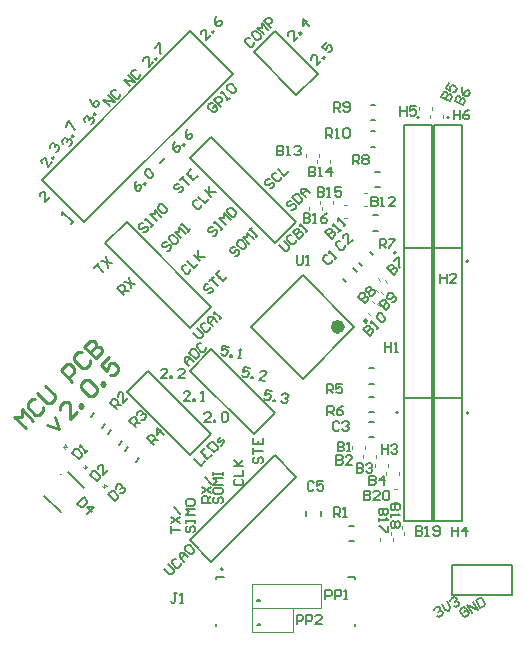
<source format=gto>
G04*
G04 #@! TF.GenerationSoftware,Altium Limited,Altium Designer,25.1.2 (22)*
G04*
G04 Layer_Color=65535*
%FSLAX44Y44*%
%MOMM*%
G71*
G04*
G04 #@! TF.SameCoordinates,BCEF5572-1F7E-4207-9204-8C5AED3481CC*
G04*
G04*
G04 #@! TF.FilePolarity,Positive*
G04*
G01*
G75*
%ADD10C,0.2000*%
%ADD11C,0.6000*%
%ADD12C,0.2500*%
%ADD13C,0.1000*%
%ADD14C,0.1500*%
%ADD15C,0.1270*%
%ADD16C,0.2032*%
D10*
X404020Y204103D02*
G03*
X404020Y204103I-1000J0D01*
G01*
X344374Y204729D02*
G03*
X344374Y204729I-1000J0D01*
G01*
X362070Y454150D02*
G03*
X362070Y454150I-1000J0D01*
G01*
X387470D02*
G03*
X387470Y454150I-1000J0D01*
G01*
X403988Y332508D02*
G03*
X403988Y332508I-1000J0D01*
G01*
X342581Y339596D02*
G03*
X342581Y339596I-1000J0D01*
G01*
X195995Y71658D02*
G03*
X195995Y71658I-1000J0D01*
G01*
X58966Y152091D02*
G03*
X58966Y152091I-254J0D01*
G01*
X349020Y216709D02*
X373120D01*
X222216Y509354D02*
X240177Y527315D01*
X276098Y491394D01*
X258137Y473433D02*
X276098Y491394D01*
X222216Y509354D02*
X258137Y473433D01*
X168335Y527315D02*
X204256Y491394D01*
X42611Y401591D02*
X78532Y365670D01*
X42611Y401591D02*
X168335Y527315D01*
X78532Y365670D02*
X204256Y491394D01*
X168335Y419552D02*
X186295Y437512D01*
X258137Y365670D01*
X168335Y419552D02*
X240177Y347710D01*
X258137Y365670D01*
X168335Y275867D02*
X186295Y293828D01*
X96493Y347710D02*
X168335Y275867D01*
X114453Y365670D02*
X186295Y293828D01*
X96493Y347710D02*
X114453Y365670D01*
X374420Y112350D02*
X398520D01*
Y219050D01*
X374420Y112350D02*
Y219050D01*
X349020Y112350D02*
X373120D01*
Y219050D01*
X349020Y112350D02*
Y219050D01*
Y447650D02*
X373120D01*
Y340950D02*
Y447650D01*
X349020Y340950D02*
Y447650D01*
X374420D02*
X398520D01*
Y340950D02*
Y447650D01*
X374420Y340950D02*
Y447650D01*
X219676Y277005D02*
X263517Y320845D01*
Y233164D02*
X307358Y277005D01*
X219676D02*
X263517Y233164D01*
Y320845D02*
X307358Y277005D01*
X374420Y216709D02*
Y343578D01*
X398520Y216709D02*
Y343578D01*
X374420Y216709D02*
X398520D01*
X374420Y343578D02*
X398520D01*
X349020Y216709D02*
Y343578D01*
X373120Y216709D02*
Y343578D01*
X349020D02*
X373120D01*
X186295Y257907D02*
X240177Y204025D01*
X168335Y239946D02*
X186295Y257907D01*
X168335Y239946D02*
X222216Y186065D01*
X240177Y204025D01*
X114453Y221986D02*
X132414Y239946D01*
X186295Y186065D01*
X168335Y168104D02*
X186295Y186065D01*
X114453Y221986D02*
X168335Y168104D01*
X168335Y96262D02*
X186295Y78302D01*
X168335Y96262D02*
X240177Y168104D01*
X186295Y78302D02*
X258137Y150144D01*
X240177Y168104D02*
X258137Y150144D01*
X390098Y50079D02*
X440898D01*
Y75479D01*
X390098D02*
X440898D01*
X390098Y50079D02*
Y75479D01*
D11*
X296215Y277005D02*
G03*
X296215Y277005I-3000J0D01*
G01*
D12*
X318154Y281954D02*
G03*
X318154Y281954I-1250J0D01*
G01*
X72744Y205247D02*
X66147Y198649D01*
Y211844D01*
X64497Y213494D01*
X61198D01*
X57900Y210195D01*
Y206896D01*
X76043Y208545D02*
X74394Y210195D01*
X76043Y211844D01*
X77692Y210195D01*
X76043Y208545D01*
Y225039D02*
Y228338D01*
X79342Y231637D01*
X82640D01*
X89238Y225039D01*
Y221740D01*
X85939Y218442D01*
X82640D01*
X76043Y225039D01*
X94186Y226689D02*
X92537Y228338D01*
X94186Y229987D01*
X95836Y228338D01*
X94186Y226689D01*
X99134Y251429D02*
X92537Y244832D01*
X97485Y239884D01*
X99134Y244832D01*
X100784Y246481D01*
X104082D01*
X107381Y243182D01*
Y239884D01*
X104082Y236585D01*
X100784D01*
X47267Y193732D02*
X57163Y190434D01*
X53865Y200330D01*
X29008Y190992D02*
X19112Y200888D01*
X25709D01*
X25709Y207486D01*
X35606Y197589D01*
X37255Y215733D02*
X33956D01*
X30658Y212434D01*
Y209135D01*
X37255Y202538D01*
X40554D01*
X43853Y205836D01*
Y209135D01*
X38905Y220681D02*
X47151Y212434D01*
X50450D01*
X53749Y215733D01*
Y219032D01*
X45502Y227278D01*
X68593Y230577D02*
X58697Y240473D01*
X63645Y245422D01*
X66944D01*
X70243Y242123D01*
Y238824D01*
X65295Y233876D01*
X76840Y255318D02*
X73541D01*
X70243Y252019D01*
Y248720D01*
X76840Y242123D01*
X80139D01*
X83438Y245422D01*
Y248720D01*
X78490Y260266D02*
X88386Y250370D01*
X93334Y255318D01*
Y258617D01*
X91685Y260266D01*
X88386Y260266D01*
X83438Y255318D01*
X88386Y260266D01*
Y263565D01*
X86737Y265214D01*
X83438D01*
X78490Y260266D01*
D13*
X52915Y174712D02*
G03*
X52915Y174712I-254J0D01*
G01*
X69952Y157566D02*
G03*
X69952Y157566I-254J0D01*
G01*
X86091Y141407D02*
G03*
X86091Y141407I-254J0D01*
G01*
X279395Y39155D02*
Y59655D01*
X220895Y39155D02*
X279395D01*
X220895D02*
Y59655D01*
X279395D01*
X255395Y18655D02*
Y39155D01*
X220895Y18655D02*
X255395D01*
X220895D02*
Y39155D01*
X255395D01*
X60515Y175479D02*
X62311Y173683D01*
X61833Y175001D02*
X64287Y175658D01*
X62491Y177454D02*
X64287Y175658D01*
X61833Y175001D02*
X62491Y177454D01*
X77553Y158333D02*
X79349Y156537D01*
X78871Y157855D02*
X81324Y158513D01*
X79528Y160309D02*
X81324Y158513D01*
X78871Y157855D02*
X79528Y160309D01*
X93692Y142173D02*
X95488Y140377D01*
X95010Y141695D02*
X97464Y142353D01*
X95668Y144149D02*
X97464Y142353D01*
X95010Y141695D02*
X95668Y144149D01*
X358909Y105775D02*
Y108275D01*
X347909Y105775D02*
Y108275D01*
X349377Y100871D02*
Y103371D01*
X338377Y100871D02*
Y103371D01*
X339732Y95584D02*
Y98084D01*
X328732Y95584D02*
Y98084D01*
X277176Y420848D02*
Y423348D01*
X266176Y420848D02*
Y423348D01*
X344789Y151276D02*
Y153776D01*
X333789Y151276D02*
Y153776D01*
X335450Y158651D02*
Y161151D01*
X324450Y158651D02*
Y161151D01*
X325208Y308522D02*
X326976Y306754D01*
X332986Y316300D02*
X334754Y314532D01*
X327397Y318004D02*
X329164Y316237D01*
X335175Y325783D02*
X336942Y324015D01*
X298542Y368884D02*
X301042D01*
X298542Y379883D02*
X301042D01*
X315433Y379499D02*
X317933D01*
X315433Y390499D02*
X317933D01*
X340766Y128875D02*
X343266D01*
X340766Y139875D02*
X343266D01*
X326859Y296460D02*
X328627Y294693D01*
X319081Y288682D02*
X320849Y286915D01*
X330142Y306599D02*
X331909Y304831D01*
X322364Y298821D02*
X324131Y297053D01*
X382024Y454221D02*
Y456721D01*
X371025Y454221D02*
Y456721D01*
X372761Y460327D02*
Y462827D01*
X361761Y460327D02*
Y462827D01*
X279748Y375948D02*
Y378448D01*
X268748Y375948D02*
Y378448D01*
X278217Y380973D02*
Y383473D01*
X289217Y380973D02*
Y383473D01*
X286971Y415589D02*
Y418089D01*
X275971Y415589D02*
Y418089D01*
X314945Y166254D02*
Y168754D01*
X325945Y166254D02*
Y168754D01*
X316389Y173920D02*
Y176420D01*
X305389Y173920D02*
Y176420D01*
D14*
X226145Y46155D02*
X227645Y44655D01*
X224645D02*
X227645D01*
X224645D02*
X226145Y46155D01*
X226145Y25655D02*
X227645Y24155D01*
X224645D02*
X227645D01*
X224645D02*
X226145Y25655D01*
X100519Y463638D02*
X94864Y469293D01*
X104289Y467408D01*
X98634Y473063D01*
X105232Y477775D02*
X103347D01*
X101462Y475890D01*
X101462Y474005D01*
X105232Y470235D01*
X107117D01*
X109002Y472120D01*
X109002Y474005D01*
X117484Y480603D02*
X111829Y486258D01*
X121254Y484373D01*
X115599Y490028D01*
X122197Y494740D02*
X120312D01*
X118427Y492855D01*
X118427Y490970D01*
X122197Y487200D01*
X124082D01*
X125967Y489085D01*
X125967Y490970D01*
X253695Y383702D02*
X251810D01*
X249925Y381816D01*
X249925Y379931D01*
X250867Y378989D01*
X252752Y378989D01*
X254637Y380874D01*
X256522Y380874D01*
X257465Y379931D01*
X257465Y378046D01*
X255580Y376161D01*
X253695D01*
X254637Y386529D02*
X260292Y380874D01*
X263120Y383702D01*
X263120Y385587D01*
X259350Y389356D01*
X257465D01*
X254637Y386529D01*
X265947D02*
X262177Y390299D01*
Y394069D01*
X265947D01*
X269717Y390299D01*
X266890Y393127D01*
X263120Y389356D01*
X235700Y402007D02*
X233815D01*
X231930Y400122D01*
X231930Y398237D01*
X232872Y397295D01*
X234757Y397295D01*
X236642Y399179D01*
X238527Y399179D01*
X239470Y398237D01*
X239470Y396352D01*
X237585Y394467D01*
X235700D01*
X241355Y407662D02*
X239470D01*
X237585Y405777D01*
X237585Y403892D01*
X241355Y400122D01*
X243240D01*
X245125Y402007D01*
X245125Y403892D01*
X242297Y410490D02*
X247952Y404835D01*
X251722Y408605D01*
X183425Y312905D02*
X181540D01*
X179655Y311020D01*
X179655Y309135D01*
X180597Y308192D01*
X182482Y308192D01*
X184367Y310077D01*
X186252Y310077D01*
X187195Y309135D01*
X187195Y307250D01*
X185310Y305365D01*
X183425D01*
X184367Y315732D02*
X188137Y319502D01*
X186252Y317617D01*
X191908Y311962D01*
X193792Y325157D02*
X190023Y321387D01*
X195678Y315732D01*
X199447Y319502D01*
X192850Y318560D02*
X194735Y320445D01*
X164756Y329612D02*
X162871D01*
X160986Y327727D01*
X160986Y325842D01*
X164756Y322072D01*
X166641D01*
X168526Y323957D01*
X168526Y325842D01*
X165698Y332439D02*
X171353Y326784D01*
X175123Y330554D01*
X171353Y338094D02*
X177008Y332439D01*
X175123Y334324D01*
Y341864D01*
Y336209D01*
X180778Y336209D01*
X148433Y349134D02*
X146548D01*
X144663Y347249D01*
X144663Y345364D01*
X145605Y344422D01*
X147490Y344422D01*
X149375Y346307D01*
X151260Y346307D01*
X152203Y345364D01*
X152203Y343479D01*
X150318Y341594D01*
X148433D01*
X152203Y354789D02*
X150318Y352904D01*
X150318Y351019D01*
X154088Y347249D01*
X155973D01*
X157858Y349134D01*
X157858Y351019D01*
X154088Y354789D01*
X152203D01*
X160685Y351962D02*
X155030Y357617D01*
X158800D01*
Y361387D01*
X164455Y355732D01*
X160685Y363272D02*
X162570Y365157D01*
X161628Y364214D01*
X167283Y358559D01*
X166341Y357617D01*
X168225Y359502D01*
X128743Y364751D02*
X126858D01*
X124973Y362866D01*
X124973Y360981D01*
X125915Y360038D01*
X127800Y360038D01*
X129685Y361923D01*
X131570Y361923D01*
X132513Y360981D01*
X132513Y359096D01*
X130628Y357211D01*
X128743D01*
X129685Y367578D02*
X131570Y369463D01*
X130628Y368521D01*
X136283Y362866D01*
X135340Y361923D01*
X137225Y363808D01*
X140053Y366636D02*
X134398Y372291D01*
X138168D01*
Y376061D01*
X143823Y370406D01*
X142880Y380773D02*
X140995Y378888D01*
X140995Y377003D01*
X144765Y373233D01*
X146650D01*
X148535Y375118D01*
Y377003D01*
X144765Y380773D01*
X142880D01*
X185693Y196554D02*
X180362D01*
X185693Y201886D01*
Y203219D01*
X184360Y204552D01*
X181695D01*
X180362Y203219D01*
X188359Y196554D02*
Y197887D01*
X189692D01*
Y196554D01*
X188359D01*
X195023Y203219D02*
X196357Y204552D01*
X199022D01*
X200355Y203219D01*
Y197887D01*
X199022Y196554D01*
X196357D01*
X195023Y197887D01*
Y203219D01*
X168154Y214548D02*
X162822D01*
X168154Y219879D01*
Y221212D01*
X166821Y222545D01*
X164155D01*
X162822Y221212D01*
X170820Y214548D02*
Y215881D01*
X172153D01*
Y214548D01*
X170820D01*
X177484D02*
X180150D01*
X178817D01*
Y222545D01*
X177484Y221212D01*
X148912Y233647D02*
X143580D01*
X148912Y238979D01*
Y240312D01*
X147579Y241645D01*
X144913D01*
X143580Y240312D01*
X151578Y233647D02*
Y234980D01*
X152911D01*
Y233647D01*
X151578D01*
X163574D02*
X158242D01*
X163574Y238979D01*
Y240312D01*
X162241Y241645D01*
X159575D01*
X158242Y240312D01*
X279274Y502084D02*
X275504Y498313D01*
Y505854D01*
X274561Y506796D01*
X272676D01*
X270791Y504911D01*
X270791Y503026D01*
X281159Y503969D02*
X280216Y504911D01*
X281159Y505854D01*
X282101Y504911D01*
X281159Y503969D01*
X283986Y518106D02*
X280216Y514336D01*
X283044Y511509D01*
X283986Y514336D01*
X284929Y515279D01*
X286814D01*
X288699Y513394D01*
X288699Y511509D01*
X286814Y509623D01*
X284929D01*
X259732Y522564D02*
X255962Y518794D01*
Y526334D01*
X255019Y527276D01*
X253134D01*
X251249Y525391D01*
X251249Y523506D01*
X261617Y524449D02*
X260674Y525391D01*
X261617Y526334D01*
X262559Y525391D01*
X261617Y524449D01*
X269157Y531989D02*
X263502Y537644D01*
X263502Y531989D01*
X267272Y535759D01*
X122106Y400831D02*
X121164Y398004D01*
Y394234D01*
X123049Y392349D01*
X124934D01*
X126819Y394234D01*
X126819Y396119D01*
X125876Y397061D01*
X123991Y397061D01*
X121164Y394234D01*
X129646Y397061D02*
X128704Y398004D01*
X129646Y398946D01*
X130589Y398004D01*
X129646Y397061D01*
Y406487D02*
X129646Y408372D01*
X131531Y410257D01*
X133416D01*
X137186Y406487D01*
X137186Y404602D01*
X135301Y402716D01*
X133416D01*
X129646Y406487D01*
X142841Y415911D02*
X146611Y419682D01*
X155094Y433819D02*
X154151Y430992D01*
Y427222D01*
X156036Y425337D01*
X157921D01*
X159806Y427222D01*
Y429107D01*
X158864Y430049D01*
X156979Y430049D01*
X154151Y427222D01*
X162634Y430049D02*
X161691Y430992D01*
X162634Y431934D01*
X163576Y430992D01*
X162634Y430049D01*
X165461Y444187D02*
X164519Y441359D01*
Y437589D01*
X166404Y435704D01*
X168289D01*
X170174Y437589D01*
X170174Y439474D01*
X169231Y440417D01*
X167346Y440417D01*
X164519Y437589D01*
X237355Y222512D02*
X232105Y223438D01*
X231410Y219500D01*
X234267Y220349D01*
X235580Y220118D01*
X236661Y218574D01*
X236198Y215949D01*
X234654Y214867D01*
X232029Y215330D01*
X230947Y216874D01*
X238592Y214173D02*
X238823Y215486D01*
X240136Y215254D01*
X239904Y213941D01*
X238592Y214173D01*
X246312Y219579D02*
X247856Y220660D01*
X250482Y220197D01*
X251563Y218653D01*
X251332Y217340D01*
X249787Y216259D01*
X248475Y216491D01*
X249787Y216259D01*
X250868Y214715D01*
X250637Y213403D01*
X249093Y212321D01*
X246468Y212784D01*
X245387Y214328D01*
X218687Y241848D02*
X213436Y242774D01*
X212742Y238836D01*
X215599Y239686D01*
X216911Y239454D01*
X217992Y237910D01*
X217529Y235285D01*
X215985Y234204D01*
X213360Y234667D01*
X212279Y236211D01*
X219923Y233509D02*
X220155Y234822D01*
X221467Y234590D01*
X221236Y233278D01*
X219923Y233509D01*
X231737Y231426D02*
X226486Y232352D01*
X232663Y236677D01*
X232894Y237989D01*
X231813Y239534D01*
X229188Y239996D01*
X227644Y238915D01*
X200877Y260188D02*
X195627Y261114D01*
X194932Y257176D01*
X197789Y258025D01*
X199102Y257794D01*
X200183Y256250D01*
X199720Y253625D01*
X198176Y252543D01*
X195550Y253006D01*
X194469Y254550D01*
X202114Y251849D02*
X202345Y253162D01*
X203658Y252930D01*
X203426Y251618D01*
X202114Y251849D01*
X208677Y250692D02*
X211302Y250229D01*
X209990Y250460D01*
X211378Y258336D01*
X209834Y257255D01*
X206128Y344620D02*
X204243D01*
X202358Y342735D01*
X202358Y340850D01*
X203300Y339907D01*
X205185Y339907D01*
X207071Y341792D01*
X208955Y341792D01*
X209898Y340850D01*
X209898Y338965D01*
X208013Y337080D01*
X206128D01*
X209898Y350275D02*
X208013Y348390D01*
X208013Y346505D01*
X211783Y342735D01*
X213668D01*
X215553Y344620D01*
X215553Y346505D01*
X211783Y350275D01*
X209898D01*
X218381Y347447D02*
X212726Y353102D01*
X216495D01*
Y356872D01*
X222150Y351217D01*
X218381Y358757D02*
X220266Y360642D01*
X219323Y359700D01*
X224978Y354045D01*
X224035Y353102D01*
X225921Y354987D01*
X187390Y361761D02*
X185505D01*
X183620Y359876D01*
X183620Y357991D01*
X184563Y357049D01*
X186448Y357049D01*
X188333Y358934D01*
X190218Y358934D01*
X191160Y357991D01*
X191160Y356106D01*
X189275Y354221D01*
X187390D01*
X188333Y364589D02*
X190218Y366474D01*
X189275Y365531D01*
X194930Y359876D01*
X193988Y358934D01*
X195873Y360819D01*
X198700Y363646D02*
X193045Y369301D01*
X196815D01*
Y373071D01*
X202470Y367416D01*
X201528Y377784D02*
X199643Y375899D01*
X199643Y374014D01*
X203413Y370244D01*
X205298D01*
X207183Y372129D01*
Y374014D01*
X203413Y377784D01*
X201528D01*
X158641Y398317D02*
X156756D01*
X154871Y396432D01*
X154871Y394547D01*
X155814Y393605D01*
X157699Y393605D01*
X159584Y395490D01*
X161469Y395490D01*
X162411Y394547D01*
X162411Y392662D01*
X160526Y390777D01*
X158641D01*
X159584Y401145D02*
X163354Y404915D01*
X161469Y403030D01*
X167124Y397375D01*
X169009Y410570D02*
X165239Y406800D01*
X170894Y401145D01*
X174664Y404915D01*
X168066Y403972D02*
X169951Y405857D01*
X174045Y384295D02*
X172160D01*
X170275Y382410D01*
X170275Y380525D01*
X174045Y376755D01*
X175930D01*
X177815Y378640D01*
X177815Y380525D01*
X174988Y387123D02*
X180643Y381468D01*
X184412Y385238D01*
X180643Y392778D02*
X186297Y387123D01*
X184412Y389008D01*
Y396548D01*
Y390893D01*
X190068Y390893D01*
X112301Y303813D02*
X106646Y309468D01*
X109473Y312295D01*
X111358D01*
X113244Y310410D01*
X113244Y308525D01*
X110416Y305698D01*
X112301Y307583D02*
X116071D01*
X112301Y315123D02*
X121726Y313238D01*
X116071Y318893D02*
X117956Y309468D01*
X87187Y327220D02*
X90957Y330990D01*
X89072Y329105D01*
X94727Y323450D01*
X92842Y332875D02*
X102267Y330990D01*
X96612Y336645D02*
X98497Y327220D01*
X49236Y386575D02*
X45466Y382805D01*
Y390345D01*
X44524Y391287D01*
X42639D01*
X40753Y389403D01*
X40753Y387518D01*
X50904Y416623D02*
X48238Y412006D01*
X46286Y419289D01*
X45132Y419955D01*
X43311Y419467D01*
X41978Y417159D01*
X42466Y415338D01*
X52236Y418932D02*
X51082Y419598D01*
X51748Y420752D01*
X52903Y420086D01*
X52236Y418932D01*
X49797Y428035D02*
X49309Y429856D01*
X50642Y432165D01*
X52463Y432653D01*
X53617Y431986D01*
X54105Y430165D01*
X53439Y429011D01*
X54105Y430165D01*
X55926Y430653D01*
X57080Y429987D01*
X57568Y428166D01*
X56235Y425858D01*
X54414Y425370D01*
X60917Y431635D02*
X59975Y433268D01*
X60665Y435843D01*
X62297Y436785D01*
X63585Y436440D01*
X64527Y434808D01*
X64182Y433520D01*
X64527Y434808D01*
X66160Y435750D01*
X67447Y435405D01*
X68390Y433773D01*
X67700Y431198D01*
X66067Y430255D01*
X69425Y437635D02*
X68137Y437980D01*
X68482Y439268D01*
X69770Y438923D01*
X69425Y437635D01*
X63425Y446143D02*
X64805Y451292D01*
X66092Y450947D01*
X69862Y444418D01*
X71150Y444073D01*
X79502Y450220D02*
X78560Y451853D01*
X79250Y454428D01*
X80882Y455370D01*
X82170Y455025D01*
X83112Y453393D01*
X82767Y452105D01*
X83112Y453393D01*
X84745Y454335D01*
X86032Y453990D01*
X86975Y452358D01*
X86285Y449783D01*
X84652Y448840D01*
X88010Y456220D02*
X86722Y456565D01*
X87067Y457853D01*
X88355Y457508D01*
X88010Y456220D01*
X83389Y469878D02*
X83987Y466958D01*
X85872Y463693D01*
X88447Y463003D01*
X90079Y463945D01*
X90769Y466520D01*
X89827Y468153D01*
X88539Y468498D01*
X86907Y467555D01*
X85872Y463693D01*
X137176Y501163D02*
X133406Y497393D01*
Y504933D01*
X132463Y505876D01*
X130578D01*
X128693Y503991D01*
X128693Y502105D01*
X139061Y503048D02*
X138118Y503991D01*
X139061Y504933D01*
X140003Y503991D01*
X139061Y503048D01*
X138118Y513416D02*
X141888Y517186D01*
X142831Y516243D01*
Y508703D01*
X143773Y507761D01*
X185592Y523754D02*
X181822Y519983D01*
Y527523D01*
X180880Y528466D01*
X178995D01*
X177110Y526581D01*
X177110Y524696D01*
X187477Y525639D02*
X186535Y526581D01*
X187477Y527523D01*
X188420Y526581D01*
X187477Y525639D01*
X190305Y539776D02*
X189362Y536949D01*
Y533179D01*
X191247Y531294D01*
X193132D01*
X195017Y533179D01*
X195017Y535064D01*
X194075Y536006D01*
X192190D01*
X189362Y533179D01*
X152065Y102724D02*
Y108055D01*
Y105389D01*
X160062D01*
X152065Y110721D02*
X160062Y116053D01*
X152065D02*
X160062Y110721D01*
Y118719D02*
X154731Y124050D01*
X186193Y128183D02*
X178195D01*
Y132181D01*
X179528Y133514D01*
X182194D01*
X183527Y132181D01*
Y128183D01*
Y130848D02*
X186193Y133514D01*
X178195Y136180D02*
X186193Y141512D01*
X178195D02*
X186193Y136180D01*
Y144178D02*
X180861Y149509D01*
X165676Y108281D02*
X164343Y106948D01*
Y104282D01*
X165676Y102949D01*
X167009D01*
X168342Y104282D01*
Y106948D01*
X169674Y108281D01*
X171007D01*
X172340Y106948D01*
Y104282D01*
X171007Y102949D01*
X164343Y110946D02*
Y113612D01*
Y112279D01*
X172340D01*
Y110946D01*
Y113612D01*
Y117611D02*
X164343D01*
X167009Y120277D01*
X164343Y122943D01*
X172340D01*
X164343Y129607D02*
Y126941D01*
X165676Y125608D01*
X171007D01*
X172340Y126941D01*
Y129607D01*
X171007Y130940D01*
X165676D01*
X164343Y129607D01*
X189328Y132838D02*
X187995Y131505D01*
Y128840D01*
X189328Y127507D01*
X190661D01*
X191994Y128840D01*
Y131505D01*
X193326Y132838D01*
X194659D01*
X195992Y131505D01*
Y128840D01*
X194659Y127507D01*
X187995Y139503D02*
Y136837D01*
X189328Y135504D01*
X194659D01*
X195992Y136837D01*
Y139503D01*
X194659Y140836D01*
X189328D01*
X187995Y139503D01*
X195992Y143502D02*
X187995D01*
X190661Y146167D01*
X187995Y148833D01*
X195992D01*
X187995Y151499D02*
Y154165D01*
Y152832D01*
X195992D01*
Y151499D01*
Y154165D01*
X206473Y148153D02*
X205140Y146820D01*
Y144155D01*
X206473Y142822D01*
X211805D01*
X213137Y144155D01*
Y146820D01*
X211805Y148153D01*
X205140Y150819D02*
X213137D01*
Y156151D01*
X205140Y158816D02*
X213137D01*
X210472D01*
X205140Y164148D01*
X209139Y160149D01*
X213137Y164148D01*
X223180Y166822D02*
X221847Y165490D01*
Y162824D01*
X223180Y161491D01*
X224513D01*
X225846Y162824D01*
Y165490D01*
X227179Y166822D01*
X228512D01*
X229845Y165490D01*
Y162824D01*
X228512Y161491D01*
X221847Y169488D02*
Y174820D01*
Y172154D01*
X229845D01*
X221847Y182817D02*
Y177486D01*
X229845D01*
Y182817D01*
X225846Y177486D02*
Y180152D01*
X374808Y36861D02*
X375296Y38682D01*
X377605Y40015D01*
X379426Y39527D01*
X380092Y38372D01*
X379604Y36552D01*
X378450Y35885D01*
X379604Y36552D01*
X381425Y36064D01*
X382091Y34910D01*
X381604Y33089D01*
X379295Y31756D01*
X377474Y32244D01*
X381068Y42014D02*
X383733Y37397D01*
X387375Y36421D01*
X388351Y40062D01*
X385685Y44680D01*
X388660Y44858D02*
X389148Y46679D01*
X391457Y48012D01*
X393277Y47524D01*
X393944Y46370D01*
X393456Y44549D01*
X392302Y43883D01*
X393456Y44549D01*
X395277Y44061D01*
X395943Y42907D01*
X395455Y41086D01*
X393147Y39753D01*
X391326Y40241D01*
X401391Y39189D02*
X399570Y39677D01*
X397261Y38344D01*
X396773Y36523D01*
X399439Y31906D01*
X401260Y31418D01*
X403569Y32751D01*
X404057Y34571D01*
X402724Y36880D01*
X400415Y35547D01*
X407032Y34750D02*
X403033Y41676D01*
X411649Y37416D01*
X407650Y44342D01*
X409959Y45675D02*
X413958Y38749D01*
X417421Y40748D01*
X417908Y42569D01*
X415243Y47186D01*
X413422Y47674D01*
X409959Y45675D01*
X294522Y195658D02*
X293189Y196991D01*
X290523D01*
X289190Y195658D01*
Y190326D01*
X290523Y188993D01*
X293189D01*
X294522Y190326D01*
X297188Y195658D02*
X298521Y196991D01*
X301186D01*
X302519Y195658D01*
Y194325D01*
X301186Y192992D01*
X299853D01*
X301186D01*
X302519Y191659D01*
Y190326D01*
X301186Y188993D01*
X298521D01*
X297188Y190326D01*
X258317Y25364D02*
Y33361D01*
X262316D01*
X263648Y32029D01*
Y29363D01*
X262316Y28030D01*
X258317D01*
X266314Y25364D02*
Y33361D01*
X270313D01*
X271646Y32029D01*
Y29363D01*
X270313Y28030D01*
X266314D01*
X279643Y25364D02*
X274312D01*
X279643Y30696D01*
Y32029D01*
X278310Y33361D01*
X275644D01*
X274312Y32029D01*
X282729Y46364D02*
Y54361D01*
X286728D01*
X288061Y53028D01*
Y50362D01*
X286728Y49029D01*
X282729D01*
X290727Y46364D02*
Y54361D01*
X294725D01*
X296058Y53028D01*
Y50362D01*
X294725Y49029D01*
X290727D01*
X298724Y46364D02*
X301390D01*
X300057D01*
Y54361D01*
X298724Y53028D01*
X157134Y51599D02*
X154468D01*
X155801D01*
Y44935D01*
X154468Y43602D01*
X153135D01*
X151803Y44935D01*
X159800Y43602D02*
X162466D01*
X161133D01*
Y51599D01*
X159800Y50266D01*
X315477Y138226D02*
Y130228D01*
X319476D01*
X320809Y131561D01*
Y132894D01*
X319476Y134227D01*
X315477D01*
X319476D01*
X320809Y135560D01*
Y136893D01*
X319476Y138226D01*
X315477D01*
X328806Y130228D02*
X323475D01*
X328806Y135560D01*
Y136893D01*
X327473Y138226D01*
X324808D01*
X323475Y136893D01*
X331472D02*
X332805Y138226D01*
X335471D01*
X336804Y136893D01*
Y131561D01*
X335471Y130228D01*
X332805D01*
X331472Y131561D01*
Y136893D01*
X306076Y414763D02*
Y422760D01*
X310074D01*
X311407Y421427D01*
Y418762D01*
X310074Y417429D01*
X306076D01*
X308741D02*
X311407Y414763D01*
X314073Y421427D02*
X315406Y422760D01*
X318072D01*
X319405Y421427D01*
Y420095D01*
X318072Y418762D01*
X319405Y417429D01*
Y416096D01*
X318072Y414763D01*
X315406D01*
X314073Y416096D01*
Y417429D01*
X315406Y418762D01*
X314073Y420095D01*
Y421427D01*
X315406Y418762D02*
X318072D01*
X328705Y343571D02*
Y351568D01*
X332704D01*
X334037Y350235D01*
Y347570D01*
X332704Y346237D01*
X328705D01*
X331371D02*
X334037Y343571D01*
X336702Y351568D02*
X342034D01*
Y350235D01*
X336702Y344904D01*
Y343571D01*
X321595Y387160D02*
Y379163D01*
X325593D01*
X326926Y380496D01*
Y381829D01*
X325593Y383162D01*
X321595D01*
X325593D01*
X326926Y384495D01*
Y385828D01*
X325593Y387160D01*
X321595D01*
X329592Y379163D02*
X332258D01*
X330925D01*
Y387160D01*
X329592Y385828D01*
X341588Y379163D02*
X336256D01*
X341588Y384495D01*
Y385828D01*
X340255Y387160D01*
X337589D01*
X336256Y385828D01*
X282447Y357438D02*
X288102Y351783D01*
X290930Y354611D01*
X290930Y356496D01*
X289987Y357438D01*
X288102Y357438D01*
X285275Y354611D01*
X288102Y357438D01*
Y359323D01*
X287160Y360266D01*
X285275D01*
X282447Y357438D01*
X293757D02*
X295642Y359323D01*
X294700Y358381D01*
X289045Y364036D01*
X289045Y362151D01*
X298470D02*
X300355Y364036D01*
X299412Y363093D01*
X293757Y368748D01*
X293757Y366863D01*
X391375Y460714D02*
Y452717D01*
Y456716D01*
X396707D01*
Y460714D01*
Y452717D01*
X404704Y460714D02*
X402038Y459381D01*
X399372Y456716D01*
Y454050D01*
X400705Y452717D01*
X403371D01*
X404704Y454050D01*
Y455383D01*
X403371Y456716D01*
X399372D01*
X346129Y463788D02*
Y455790D01*
Y459789D01*
X351461D01*
Y463788D01*
Y455790D01*
X359458Y463788D02*
X354127D01*
Y459789D01*
X356792Y461122D01*
X358125D01*
X359458Y459789D01*
Y457123D01*
X358125Y455790D01*
X355459D01*
X354127Y457123D01*
X390064Y107786D02*
Y99789D01*
Y103788D01*
X395395D01*
Y107786D01*
Y99789D01*
X402060D02*
Y107786D01*
X398061Y103788D01*
X403392D01*
X330336Y177594D02*
Y169597D01*
Y173596D01*
X335668D01*
Y177594D01*
Y169597D01*
X338334Y176261D02*
X339666Y177594D01*
X342332D01*
X343665Y176261D01*
Y174928D01*
X342332Y173596D01*
X340999D01*
X342332D01*
X343665Y172263D01*
Y170930D01*
X342332Y169597D01*
X339666D01*
X338334Y170930D01*
X187523Y466327D02*
X185638Y466315D01*
X183765Y464417D01*
X183777Y462533D01*
X187571Y458787D01*
X189456Y458799D01*
X191329Y460696D01*
X191317Y462581D01*
X189420Y464454D01*
X187547Y462557D01*
X194138Y463542D02*
X188447Y469160D01*
X191256Y472006D01*
X193141Y472018D01*
X195038Y470145D01*
X195050Y468260D01*
X192241Y465415D01*
X194065Y474852D02*
X195938Y476749D01*
X195002Y475800D01*
X200693Y470182D01*
X199757Y469233D01*
X201630Y471130D01*
X201556Y482440D02*
X199684Y480543D01*
X199696Y478658D01*
X203490Y474912D01*
X205375Y474925D01*
X207248Y476822D01*
X207236Y478707D01*
X203442Y482452D01*
X201556Y482440D01*
X218521Y521895D02*
X216636D01*
X214751Y520010D01*
X214751Y518125D01*
X218521Y514355D01*
X220406D01*
X222291Y516240D01*
X222291Y518125D01*
X222291Y527550D02*
X220406Y525665D01*
X220406Y523780D01*
X224176Y520010D01*
X226061D01*
X227946Y521895D01*
X227946Y523780D01*
X224176Y527550D01*
X222291D01*
X230774Y524723D02*
X225119Y530378D01*
X228889D01*
Y534148D01*
X234544Y528493D01*
X236429Y530378D02*
X230774Y536033D01*
X233601Y538860D01*
X235486D01*
X237372Y536975D01*
X237372Y535090D01*
X234544Y532263D01*
X167399Y243726D02*
X163629Y247496D01*
Y251266D01*
X167399D01*
X171169Y247496D01*
X168341Y250324D01*
X164571Y246553D01*
X167399Y255036D02*
X173054Y249381D01*
X175882Y252208D01*
X175882Y254093D01*
X172111Y257864D01*
X170226D01*
X167399Y255036D01*
X177766Y263519D02*
X175882D01*
X173997Y261634D01*
X173997Y259749D01*
X177766Y255979D01*
X179652D01*
X181537Y257864D01*
X181537Y259749D01*
X243658Y346092D02*
X248370Y341380D01*
X250256D01*
X252141Y343265D01*
X252140Y345150D01*
X247428Y349863D01*
X254025Y354575D02*
X252141D01*
X250256Y352690D01*
X250255Y350805D01*
X254025Y347035D01*
X255910D01*
X257796Y348920D01*
X257796Y350805D01*
X254968Y357403D02*
X260623Y351748D01*
X263451Y354575D01*
X263451Y356460D01*
X262508Y357403D01*
X260623Y357403D01*
X257796Y354575D01*
X260623Y357403D01*
Y359288D01*
X259681Y360230D01*
X257796D01*
X254968Y357403D01*
X266278D02*
X268163Y359288D01*
X267220Y358345D01*
X261565Y364000D01*
X261565Y362115D01*
X170573Y272015D02*
X175286Y267303D01*
X177171D01*
X179056Y269188D01*
X179056Y271073D01*
X174343Y275786D01*
X180941Y280498D02*
X179056D01*
X177171Y278613D01*
X177171Y276728D01*
X180941Y272958D01*
X182826D01*
X184711Y274843D01*
X184711Y276728D01*
X187538Y277670D02*
X183768Y281441D01*
Y285210D01*
X187538D01*
X191308Y281441D01*
X188481Y284268D01*
X184711Y280498D01*
X193193Y283326D02*
X195078Y285210D01*
X194136Y284268D01*
X188481Y289923D01*
X188481Y288038D01*
X284378Y202226D02*
Y210223D01*
X288377D01*
X289710Y208890D01*
Y206224D01*
X288377Y204891D01*
X284378D01*
X287044D02*
X289710Y202226D01*
X297707Y210223D02*
X295041Y208890D01*
X292376Y206224D01*
Y203559D01*
X293708Y202226D01*
X296374D01*
X297707Y203559D01*
Y204891D01*
X296374Y206224D01*
X292376D01*
X283742Y220578D02*
Y228576D01*
X287740D01*
X289073Y227243D01*
Y224577D01*
X287740Y223244D01*
X283742D01*
X286407D02*
X289073Y220578D01*
X297071Y228576D02*
X291739D01*
Y224577D01*
X294405Y225910D01*
X295738D01*
X297071Y224577D01*
Y221911D01*
X295738Y220578D01*
X293072D01*
X291739Y221911D01*
X98852Y135116D02*
X104507Y129461D01*
X107335Y132289D01*
X107335Y134174D01*
X103565Y137944D01*
X101680D01*
X98852Y135116D01*
X105450Y139829D02*
X105450Y141714D01*
X107335Y143599D01*
X109220D01*
X110162Y142656D01*
Y140771D01*
X109220Y139829D01*
X110162Y140771D01*
X112047Y140771D01*
X112990Y139829D01*
X112990Y137944D01*
X111105Y136059D01*
X109220D01*
X83373Y151721D02*
X89028Y146066D01*
X91856Y148894D01*
X91856Y150779D01*
X88086Y154549D01*
X86201D01*
X83373Y151721D01*
X98453Y155491D02*
X94683Y151721D01*
Y159261D01*
X93741Y160204D01*
X91856D01*
X89971Y158319D01*
X89971Y156434D01*
X68174Y170473D02*
X73829Y164818D01*
X76657Y167646D01*
X76657Y169531D01*
X72887Y173301D01*
X71002D01*
X68174Y170473D01*
X79484D02*
X81369Y172358D01*
X80427Y171416D01*
X74772Y177071D01*
X74772Y175186D01*
X258393Y337535D02*
Y330871D01*
X259726Y329538D01*
X262391D01*
X263724Y330871D01*
Y337535D01*
X266390Y329538D02*
X269056D01*
X267723D01*
Y337535D01*
X266390Y336202D01*
X137271Y177127D02*
X131616Y182782D01*
X134444Y185609D01*
X136328D01*
X138214Y183724D01*
X138214Y181839D01*
X135386Y179011D01*
X137271Y180896D02*
X141041D01*
X145754Y185609D02*
X140099Y191264D01*
X140098Y185609D01*
X143869Y189379D01*
X122269Y191804D02*
X116614Y197459D01*
X119442Y200286D01*
X121327D01*
X123212Y198401D01*
X123212Y196516D01*
X120384Y193689D01*
X122269Y195574D02*
X126039D01*
X123212Y202171D02*
X123212Y204056D01*
X125097Y205941D01*
X126982D01*
X127924Y204999D01*
Y203114D01*
X126982Y202171D01*
X127924Y203114D01*
X129809Y203114D01*
X130752Y202171D01*
X130752Y200286D01*
X128867Y198401D01*
X126982D01*
X105912Y207291D02*
X100257Y212946D01*
X103084Y215773D01*
X104969D01*
X106854Y213888D01*
X106854Y212003D01*
X104027Y209176D01*
X105912Y211061D02*
X109682D01*
X115337Y216716D02*
X111567Y212946D01*
Y220486D01*
X110624Y221428D01*
X108739D01*
X106854Y219543D01*
X106854Y217658D01*
X290043Y116125D02*
Y124123D01*
X294042D01*
X295375Y122790D01*
Y120124D01*
X294042Y118791D01*
X290043D01*
X292709D02*
X295375Y116125D01*
X298041D02*
X300707D01*
X299374D01*
Y124123D01*
X298041Y122790D01*
X273091Y144943D02*
X271758Y146276D01*
X269092D01*
X267759Y144943D01*
Y139611D01*
X269092Y138278D01*
X271758D01*
X273091Y139611D01*
X281089Y146276D02*
X275757D01*
Y142277D01*
X278423Y143610D01*
X279756D01*
X281089Y142277D01*
Y139611D01*
X279756Y138278D01*
X277090D01*
X275757Y139611D01*
X295448Y349916D02*
X293563D01*
X291678Y348032D01*
X291678Y346147D01*
X295448Y342376D01*
X297333D01*
X299218Y344261D01*
X299218Y346147D01*
X305816Y350859D02*
X302046Y347089D01*
Y354629D01*
X301103Y355572D01*
X299218D01*
X297333Y353686D01*
X297333Y351801D01*
X284246Y337482D02*
X282361D01*
X280476Y335597D01*
X280476Y333712D01*
X284246Y329942D01*
X286131D01*
X288016Y331827D01*
X288016Y333712D01*
X290844Y334654D02*
X292729Y336539D01*
X291786Y335597D01*
X286131Y341252D01*
X286131Y339367D01*
X380149Y322104D02*
Y314107D01*
Y318106D01*
X385481D01*
Y322104D01*
Y314107D01*
X393478D02*
X388147D01*
X393478Y319438D01*
Y320771D01*
X392146Y322104D01*
X389480D01*
X388147Y320771D01*
X333378Y263828D02*
Y255830D01*
Y259829D01*
X338710D01*
Y263828D01*
Y255830D01*
X341376D02*
X344041D01*
X342708D01*
Y263828D01*
X341376Y262495D01*
X334798Y326914D02*
X340453Y321259D01*
X343280Y324086D01*
X343280Y325971D01*
X342338Y326914D01*
X340453Y326914D01*
X337625Y324086D01*
X340453Y326914D01*
Y328799D01*
X339510Y329741D01*
X337626D01*
X334798Y326914D01*
X340453Y332569D02*
X344223Y336339D01*
X345165Y335396D01*
Y327856D01*
X346108Y326914D01*
X310354Y302554D02*
X316009Y296899D01*
X318837Y299727D01*
X318837Y301612D01*
X317894Y302554D01*
X316009Y302554D01*
X313182Y299727D01*
X316009Y302554D01*
Y304439D01*
X315067Y305382D01*
X313182D01*
X310354Y302554D01*
X316952Y307267D02*
X316952Y309152D01*
X318837Y311037D01*
X320722D01*
X321664Y310094D01*
Y308209D01*
X323549Y308209D01*
X324492Y307267D01*
X324492Y305382D01*
X322607Y303497D01*
X320722D01*
X319779Y304439D01*
Y306324D01*
X317894Y306324D01*
X316952Y307267D01*
X319779Y306324D02*
X321664Y308209D01*
X293167Y179484D02*
Y171487D01*
X297166D01*
X298498Y172820D01*
Y174153D01*
X297166Y175486D01*
X293167D01*
X297166D01*
X298498Y176818D01*
Y178151D01*
X297166Y179484D01*
X293167D01*
X301164Y171487D02*
X303830D01*
X302497D01*
Y179484D01*
X301164Y178151D01*
X291974Y168344D02*
Y160346D01*
X295972D01*
X297305Y161679D01*
Y163012D01*
X295972Y164345D01*
X291974D01*
X295972D01*
X297305Y165678D01*
Y167011D01*
X295972Y168344D01*
X291974D01*
X305303Y160346D02*
X299971D01*
X305303Y165678D01*
Y167011D01*
X303970Y168344D01*
X301304D01*
X299971Y167011D01*
X309209Y161411D02*
Y153413D01*
X313208D01*
X314541Y154746D01*
Y156079D01*
X313208Y157412D01*
X309209D01*
X313208D01*
X314541Y158745D01*
Y160078D01*
X313208Y161411D01*
X309209D01*
X317206Y160078D02*
X318539Y161411D01*
X321205D01*
X322538Y160078D01*
Y158745D01*
X321205Y157412D01*
X319872D01*
X321205D01*
X322538Y156079D01*
Y154746D01*
X321205Y153413D01*
X318539D01*
X317206Y154746D01*
X319997Y151043D02*
Y143046D01*
X323996D01*
X325328Y144379D01*
Y145712D01*
X323996Y147045D01*
X319997D01*
X323996D01*
X325328Y148378D01*
Y149711D01*
X323996Y151043D01*
X319997D01*
X331993Y143046D02*
Y151043D01*
X327994Y147045D01*
X333326D01*
X241899Y430229D02*
Y422232D01*
X245898D01*
X247231Y423564D01*
Y424897D01*
X245898Y426230D01*
X241899D01*
X245898D01*
X247231Y427563D01*
Y428896D01*
X245898Y430229D01*
X241899D01*
X249897Y422232D02*
X252562D01*
X251229D01*
Y430229D01*
X249897Y428896D01*
X256561D02*
X257894Y430229D01*
X260560D01*
X261893Y428896D01*
Y427563D01*
X260560Y426230D01*
X259227D01*
X260560D01*
X261893Y424897D01*
Y423564D01*
X260560Y422232D01*
X257894D01*
X256561Y423564D01*
X268929Y412482D02*
Y404485D01*
X272927D01*
X274260Y405818D01*
Y407151D01*
X272927Y408484D01*
X268929D01*
X272927D01*
X274260Y409817D01*
Y411149D01*
X272927Y412482D01*
X268929D01*
X276926Y404485D02*
X279592D01*
X278259D01*
Y412482D01*
X276926Y411149D01*
X287589Y404485D02*
Y412482D01*
X283591Y408484D01*
X288922D01*
X276300Y395009D02*
Y387011D01*
X280299D01*
X281632Y388344D01*
Y389677D01*
X280299Y391010D01*
X276300D01*
X280299D01*
X281632Y392343D01*
Y393676D01*
X280299Y395009D01*
X276300D01*
X284298Y387011D02*
X286963D01*
X285630D01*
Y395009D01*
X284298Y393676D01*
X296294Y395009D02*
X290962D01*
Y391010D01*
X293628Y392343D01*
X294961D01*
X296294Y391010D01*
Y388344D01*
X294961Y387011D01*
X292295D01*
X290962Y388344D01*
X264287Y373167D02*
Y365170D01*
X268286D01*
X269619Y366503D01*
Y367836D01*
X268286Y369168D01*
X264287D01*
X268286D01*
X269619Y370501D01*
Y371834D01*
X268286Y373167D01*
X264287D01*
X272285Y365170D02*
X274951D01*
X273618D01*
Y373167D01*
X272285Y371834D01*
X284281Y373167D02*
X281615Y371834D01*
X278949Y369168D01*
Y366503D01*
X280282Y365170D01*
X282948D01*
X284281Y366503D01*
Y367836D01*
X282948Y369168D01*
X278949D01*
X335796Y123140D02*
X327799D01*
Y119141D01*
X329132Y117808D01*
X330465D01*
X331798Y119141D01*
Y123140D01*
Y119141D01*
X333131Y117808D01*
X334464D01*
X335796Y119141D01*
Y123140D01*
X327799Y115142D02*
Y112477D01*
Y113809D01*
X335796D01*
X334464Y115142D01*
X335796Y108478D02*
Y103146D01*
X334464D01*
X329132Y108478D01*
X327799D01*
X345970Y126913D02*
X337973D01*
Y122914D01*
X339306Y121581D01*
X340639D01*
X341971Y122914D01*
Y126913D01*
Y122914D01*
X343304Y121581D01*
X344637D01*
X345970Y122914D01*
Y126913D01*
X337973Y118916D02*
Y116250D01*
Y117583D01*
X345970D01*
X344637Y118916D01*
Y112251D02*
X345970Y110918D01*
Y108252D01*
X344637Y106920D01*
X343304D01*
X341971Y108252D01*
X340639Y106920D01*
X339306D01*
X337973Y108252D01*
Y110918D01*
X339306Y112251D01*
X340639D01*
X341971Y110918D01*
X343304Y112251D01*
X344637D01*
X341971Y110918D02*
Y108252D01*
X359469Y108251D02*
Y100254D01*
X363468D01*
X364801Y101587D01*
Y102920D01*
X363468Y104253D01*
X359469D01*
X363468D01*
X364801Y105585D01*
Y106918D01*
X363468Y108251D01*
X359469D01*
X367467Y100254D02*
X370133D01*
X368800D01*
Y108251D01*
X367467Y106918D01*
X374131Y101587D02*
X375464Y100254D01*
X378130D01*
X379463Y101587D01*
Y106918D01*
X378130Y108251D01*
X375464D01*
X374131Y106918D01*
Y105585D01*
X375464Y104253D01*
X379463D01*
X290025Y459299D02*
Y467297D01*
X294024D01*
X295357Y465964D01*
Y463298D01*
X294024Y461965D01*
X290025D01*
X292691D02*
X295357Y459299D01*
X298022Y460632D02*
X299355Y459299D01*
X302021D01*
X303354Y460632D01*
Y465964D01*
X302021Y467297D01*
X299355D01*
X298022Y465964D01*
Y464631D01*
X299355Y463298D01*
X303354D01*
X283321Y436959D02*
Y444956D01*
X287320D01*
X288653Y443623D01*
Y440957D01*
X287320Y439624D01*
X283321D01*
X285987D02*
X288653Y436959D01*
X291319D02*
X293985D01*
X292652D01*
Y444956D01*
X291319Y443623D01*
X297983D02*
X299316Y444956D01*
X301982D01*
X303315Y443623D01*
Y438292D01*
X301982Y436959D01*
X299316D01*
X297983Y438292D01*
Y443623D01*
X380945Y472013D02*
X387870Y468015D01*
X389870Y471478D01*
X389382Y473298D01*
X388228Y473965D01*
X386407Y473477D01*
X384408Y470014D01*
X386407Y473477D01*
X385919Y475298D01*
X384765Y475964D01*
X382944Y475476D01*
X380945Y472013D01*
X387609Y483557D02*
X384943Y478939D01*
X388406Y476940D01*
X388585Y479915D01*
X389251Y481069D01*
X391072Y481557D01*
X393381Y480224D01*
X393868Y478404D01*
X392536Y476095D01*
X390715Y475607D01*
X392073Y468627D02*
X398999Y464628D01*
X400999Y468091D01*
X400511Y469912D01*
X399356Y470578D01*
X397536Y470090D01*
X395536Y466627D01*
X397536Y470090D01*
X397048Y471911D01*
X395893Y472578D01*
X394073Y472090D01*
X392073Y468627D01*
X398738Y480170D02*
X398559Y477195D01*
X399535Y473553D01*
X401844Y472220D01*
X403664Y472708D01*
X404997Y475017D01*
X404509Y476838D01*
X403355Y477504D01*
X401534Y477016D01*
X399535Y473553D01*
X328542Y296854D02*
X334197Y291199D01*
X337025Y294027D01*
X337025Y295912D01*
X336082Y296854D01*
X334197Y296854D01*
X331370Y294027D01*
X334197Y296854D01*
Y298739D01*
X333255Y299682D01*
X331370D01*
X328542Y296854D01*
X338910Y297797D02*
X340795D01*
X342680Y299682D01*
X342680Y301567D01*
X338910Y305337D01*
X337025D01*
X335140Y303452D01*
X335140Y301567D01*
X336082Y300624D01*
X337967Y300624D01*
X340795Y303452D01*
X314749Y275278D02*
X320404Y269623D01*
X323232Y272451D01*
X323232Y274336D01*
X322289Y275278D01*
X320404Y275278D01*
X317577Y272451D01*
X320404Y275278D01*
Y277163D01*
X319461Y278106D01*
X317577D01*
X314749Y275278D01*
X326059D02*
X327944Y277163D01*
X327001Y276221D01*
X321347Y281876D01*
X321347Y279991D01*
X326059Y284703D02*
X326059Y286588D01*
X327944Y288473D01*
X329829D01*
X333599Y284703D01*
X333599Y282818D01*
X331714Y280933D01*
X329829D01*
X326059Y284703D01*
X146039Y72301D02*
X150752Y67589D01*
X152637D01*
X154522Y69474D01*
X154522Y71359D01*
X149809Y76071D01*
X156407Y80784D02*
X154522D01*
X152637Y78899D01*
X152637Y77014D01*
X156407Y73244D01*
X158292D01*
X160177Y75129D01*
X160177Y77014D01*
X163004Y77956D02*
X159234Y81726D01*
Y85496D01*
X163004D01*
X166774Y81726D01*
X163947Y84554D01*
X160177Y80784D01*
X163947Y88324D02*
X163947Y90209D01*
X165832Y92094D01*
X167717D01*
X171487Y88324D01*
X171487Y86439D01*
X169602Y84554D01*
X167717D01*
X163947Y88324D01*
X171613Y165027D02*
X177268Y159372D01*
X181038Y163142D01*
Y174452D02*
X177268Y170682D01*
X182923Y165027D01*
X186693Y168797D01*
X180095Y167854D02*
X181980Y169739D01*
X182923Y176337D02*
X188578Y170682D01*
X191405Y173509D01*
X191405Y175394D01*
X187635Y179164D01*
X185750D01*
X182923Y176337D01*
X194233D02*
X197060Y179164D01*
X197060Y181049D01*
X195175D01*
X193290Y179164D01*
X191405D01*
X191405Y181049D01*
X194233Y183877D01*
X78334Y132575D02*
X72679Y126920D01*
X75506Y124093D01*
X77391Y124093D01*
X81161Y127863D01*
Y129748D01*
X78334Y132575D01*
X81161Y118438D02*
X86816Y124093D01*
X81161Y124093D01*
X84931Y120323D01*
D15*
X319952Y184064D02*
X324016D01*
X319952Y196764D02*
X324016D01*
X297337Y317653D02*
X300211Y314779D01*
X306318Y326633D02*
X309191Y323759D01*
X278769Y116810D02*
Y120873D01*
X266069Y116810D02*
Y120873D01*
X190231Y23308D02*
Y25556D01*
X307955Y23308D02*
Y25556D01*
X189845Y63270D02*
Y65308D01*
X196835D01*
X307955Y63656D02*
Y65308D01*
X301483D02*
X307955D01*
X321011Y429639D02*
X325075D01*
X321011Y442847D02*
X325075D01*
X321084Y451885D02*
X325148D01*
X321084Y465093D02*
X325148D01*
X303064Y108638D02*
X307128D01*
X303064Y95430D02*
X307128D01*
X93285Y191612D02*
X96159Y194486D01*
X83946Y200952D02*
X86819Y203825D01*
X107621Y177169D02*
X110494Y180043D01*
X98281Y186509D02*
X101155Y189383D01*
X122073Y162744D02*
X124947Y165618D01*
X112734Y172084D02*
X115607Y174957D01*
X319802Y241736D02*
X323867D01*
X319802Y228528D02*
X323867D01*
X319653Y204529D02*
X323717D01*
X319653Y217737D02*
X323717D01*
X323332Y371508D02*
X327396D01*
X323332Y358300D02*
X327396D01*
X324684Y408341D02*
X328748D01*
X324684Y395133D02*
X328748D01*
X320103Y340354D02*
X322977Y337480D01*
X311123Y331373D02*
X313997Y328500D01*
X44883Y133951D02*
X58533Y120301D01*
X65178Y153887D02*
X78469Y140596D01*
D16*
X67269Y363987D02*
X70261Y366979D01*
X68765Y365483D01*
X59788Y374460D01*
Y371468D01*
M02*

</source>
